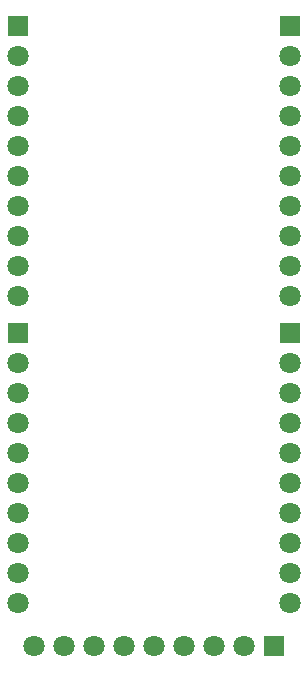
<source format=gbs>
G04*
G04 #@! TF.GenerationSoftware,Altium Limited,Altium Designer,21.4.1 (30)*
G04*
G04 Layer_Color=16711935*
%FSLAX25Y25*%
%MOIN*%
G70*
G04*
G04 #@! TF.SameCoordinates,DAFBEC02-1197-4843-953F-D25F05510CB2*
G04*
G04*
G04 #@! TF.FilePolarity,Negative*
G04*
G01*
G75*
%ADD21C,0.07099*%
%ADD22R,0.07099X0.07099*%
%ADD23R,0.07099X0.07099*%
D21*
X-45276Y20236D02*
D03*
Y40236D02*
D03*
Y50236D02*
D03*
Y60236D02*
D03*
Y70236D02*
D03*
Y80236D02*
D03*
Y90236D02*
D03*
Y100236D02*
D03*
Y30236D02*
D03*
X45276Y20236D02*
D03*
Y40236D02*
D03*
Y50236D02*
D03*
Y60236D02*
D03*
Y70236D02*
D03*
Y80236D02*
D03*
Y90236D02*
D03*
Y100236D02*
D03*
Y30236D02*
D03*
X-45276Y-82126D02*
D03*
Y-62126D02*
D03*
Y-52126D02*
D03*
Y-42126D02*
D03*
Y-32126D02*
D03*
Y-22126D02*
D03*
Y-12126D02*
D03*
Y-2126D02*
D03*
Y-72126D02*
D03*
X45276Y-82126D02*
D03*
Y-62126D02*
D03*
Y-52126D02*
D03*
Y-42126D02*
D03*
Y-32126D02*
D03*
Y-22126D02*
D03*
Y-12126D02*
D03*
Y-2126D02*
D03*
Y-72126D02*
D03*
X-30000Y-96457D02*
D03*
X-20000D02*
D03*
X-10000D02*
D03*
X0D02*
D03*
X10000D02*
D03*
X20000D02*
D03*
X30000D02*
D03*
X-40000D02*
D03*
D22*
X-45276Y110236D02*
D03*
X45276D02*
D03*
X-45276Y7874D02*
D03*
X45276D02*
D03*
D23*
X40000Y-96457D02*
D03*
M02*

</source>
